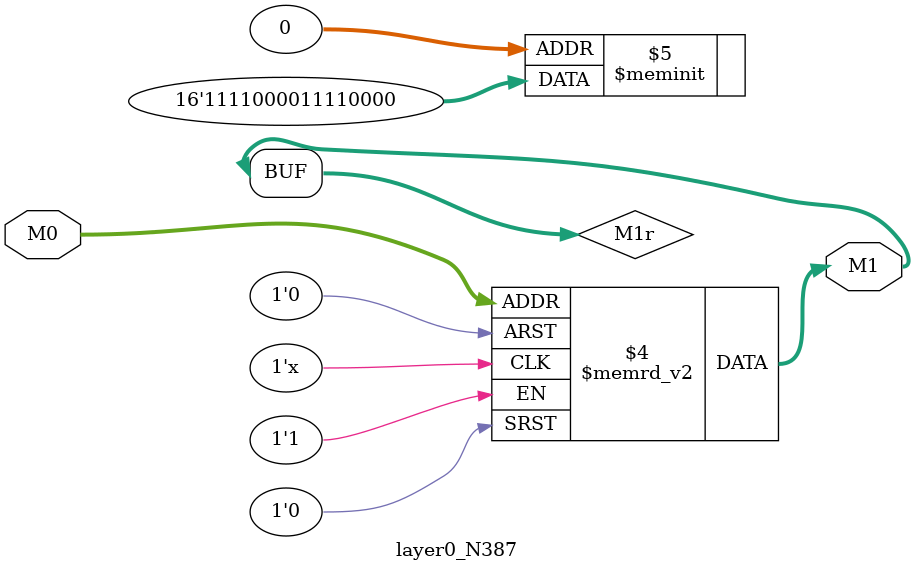
<source format=v>
module layer0_N387 ( input [2:0] M0, output [1:0] M1 );

	(*rom_style = "distributed" *) reg [1:0] M1r;
	assign M1 = M1r;
	always @ (M0) begin
		case (M0)
			3'b000: M1r = 2'b00;
			3'b100: M1r = 2'b00;
			3'b010: M1r = 2'b11;
			3'b110: M1r = 2'b11;
			3'b001: M1r = 2'b00;
			3'b101: M1r = 2'b00;
			3'b011: M1r = 2'b11;
			3'b111: M1r = 2'b11;

		endcase
	end
endmodule

</source>
